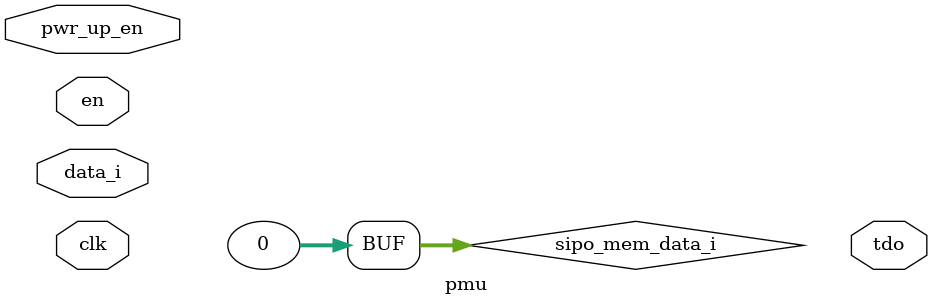
<source format=v>


`include "../rtl/modules_pmu/address_generator/rtl/address_generator.v"
`include "../../cryptography/aes/aes_128.v" 
`include "../rtl/modules_pmu/bootloader/rtl/bootloader.v"
`include "../rtl/modules_pmu/key_storage/rtl/key_storage.v"
`include "../rtl/modules_pmu/piso/rtl/piso.v"
`include "../rtl/modules_pmu/sipo/rtl/sipo.v"
`include "../../fpga_cores/scan_chain/rtl/scan_chain.v"
`include "../../nv_memory/rtl/nv_memory.v"


//parameter        pc_sc = 4'b0000;
//parameter       pc_mem = 4'b0001;
//parameter       mem_sc = 4'b0010;
//parameter       pc_key = 4'b0011;

module pmu#(
    parameter integer HEADER_WIDTH    = 32,
    parameter integer AES_DATA_WIDTH  = 128,
    parameter integer AES_LATENCY     = 10,
    parameter integer MEM_DATA_WIDTH  = 32,
    parameter integer MEM_ADDR_WIDTH  = 8,
    parameter integer MEM_START_ADDR  = 1,
    parameter integer SIPO_MEM_COUNT  = AES_DATA_WIDTH/MEM_DATA_WIDTH
)(
    input  clk,
    input  data_i,
    input  en,
    input  pwr_up_en,
    output tdo
);

parameter         zero = 3'b000;
parameter          one = 3'b001;
parameter          two = 3'b010;
parameter        three = 3'b011;
parameter         four = 3'b100;
parameter         five = 3'b101;
parameter          six = 3'b110;
parameter        seven = 3'b111; 

parameter        pc_sc = 4'b0000;
parameter       pc_mem = 4'b0001;
parameter       mem_sc = 4'b0010;
parameter       pc_key = 4'b0011;


    // Encoding and FSM registers
    reg  [2  :0]                           state = 0;
    reg  [2  :0]                      next_state = 0;
    reg  [31 :0]                         counter = 0;
    reg  [3  :0]                sipo_instruction = 0;
    reg  [HEADER_WIDTH-1:0]               header = 0;
    
    // Key Storage
    reg                                key_write = 0;
    wire [127:0]                          key_data_o;
    
    // SIPO
    reg                              sipo_data_i = 0;
    reg                                sipo_send = 0;
    reg                                  sipo_en = 0;
    reg  [31 :0]                 sipo_mem_data_i = 0;
    wire [127:0]                          sipo_key_o;
    wire [127:0]                          sipo_aes_o;
    wire [31 :0]                          sipo_mem_o;

    
    // AES
    wire [127:0]                          aes_data_o;
    
    // PISO
    reg                                  piso_en = 0;
    reg                                piso_load = 0;
    wire                                 piso_data_o; 

    // Scan Chin
    reg                                    sc_en = 0;

    //NVM
    reg  [7  :0]                     mem_address = 0;
    reg                              mem_w       = 0;
    wire [MEM_ADDR_WIDTH-1:0]             mem_addr_i;
    wire [MEM_DATA_WIDTH-1:0]             mem_data_i;
    wire [MEM_DATA_WIDTH-1:0]             mem_data_o;

    // bootloader
    reg                        bootloader_rw     = 0;
    reg                        bootloader_clr    = 0;
    reg  [31 :0]               bootloader_len_i  = 0;
    reg  [MEM_ADDR_WIDTH-1:0]  bootloader_addr_i = 0;
    wire [31 :0]                    bootloader_len_o;
    wire [MEM_ADDR_WIDTH-1:0]      bootloader_addr_o;

    //reg/wires specifically for mem to sc instruction
    reg  [31 :0]            aes_mem_data_counter = 0;
    reg  [7  :0]                       temp_addr = 0;
    
//import modules
    address_generator address_generator(
    .data_i             ({sipo_mem_o, mem_address}),
    .addr_o             (mem_addr_i),
    .data_o             (mem_data_i)
    );

    inv_aes_128 AES(
    .clk                (    clk),
    .clr                (       ),
    .dat_in          (sipo_aes_o),
    .dat_out         (aes_data_o),
    .inv_key         (key_data_o)
    );

    key_storage key_storage(
    .key_write            (key_write),
    .key_data_in         (sipo_key_o),
    .key_data_out        (key_data_o)
    );
    
    piso piso(
    .clk                 (    clk),
    .rst                 (       ),
    .load              (piso_load),
    .en                  (piso_en),
    .data_i           (aes_data_o),
    .data_o          (piso_data_o)
     );

    sipo sipo(
    .clk                (    clk),
    .rst                (       ),
    .en                 (sipo_en),
    .send             (sipo_send),
    .instruction (sipo_instruction),
    .data_i         (sipo_data_i),
    .mem_data_i      (mem_data_o),
    .aes_data_o      (sipo_aes_o),
    .key_data_o      (sipo_key_o),
    .mem_data_o      (sipo_mem_o)
     );

     bootloader bootloader(
    .clk                (    clk),
    .addr_i             (bootloader_addr_i),
    .len_i              (bootloader_len_i),
    .rw                 (bootloader_rw),
    .clr                (bootloader_clr),
    .addr_o             (bootloader_addr_o),
    .len_o              (bootloader_len_o)
     );
     
    nv_memory nv_memory(
    .clk                (clk    ), 
    .mem_w              (mem_w  ),
    .mem_addr_in        (mem_addr_i),
    .mem_data_in        (mem_data_i),
    .mem_data_out       (mem_data_o)
    );
     

    scan_chain scan_chain(
    .clk                (    clk),
    .en                   (sc_en),
    .clear              (       ),
    .data_i         (piso_data_o)
    //.data_o             (       ) // if JTAG
    );
    
    
always @(posedge clk)
begin 
    state = next_state;
    counter = counter + 1;
end

always @(state or en or counter or pwr_up_en)
begin
    //Power-Up Condition
    if(pwr_up_en)
        begin
        counter    =              0;
        temp_addr  = MEM_START_ADDR;
        next_state =           four;
        end

    case(state)
    zero : //Idle
            begin
                sipo_data_i          =    0;
                key_write            =    0;
                piso_load            =    0;
                piso_en              =    0;
                sipo_send            =    0;
                sipo_en              =    0;
                mem_w                =    0;
                if(en == 1'b1)
                    begin
                        sipo_send            =    0;
                        counter              =    0;
                        next_state           =  one;
                    end
            end
    one  : // read header
            begin
                sipo_send            =    0;
                if(counter < HEADER_WIDTH+1)
                    begin 
                        header = {data_i, header[HEADER_WIDTH-1:1]};
                    end
                if(counter == HEADER_WIDTH+1)
                    begin
                        header = {data_i, header[HEADER_WIDTH-1:1]};
                        counter = 0;
                        if(header[3:0] == 4'b1010)
                            begin 
                                next_state <= two;
                            end
                        else if(header[3:0] == 4'b0001)
                            begin 
                                bootloader_clr = 1'b1;
                                next_state = three; 
                            end
                        else if(header[3:0] == 4'b0010)
                            begin 
                                next_state = five;
                            end
                    end
            end
    two  :
            begin
                sipo_en          =    1'b1;
                piso_load        =    1'b0;
                sipo_send        =    1'b0;
                sipo_instruction = 4'b0000;
                if(counter < header[31:4])
                    begin
                        sipo_data_i <= data_i;
                        sipo_send   <=   1'b0;
                        piso_load   <=   1'b0;
                    end
                if(counter%AES_DATA_WIDTH == 0 & counter != 0 & counter != (header[31:4] + AES_DATA_WIDTH))
                    begin
                        sipo_data_i <= data_i;
                        sipo_send    =   1'b1;
                        piso_load   <=   1'b0;
                    end
                if(counter == AES_DATA_WIDTH)
                    begin
                        sipo_data_i <= data_i;
                        sipo_send   <=   1'b1;
                     end
                //if(counter == 139)
                if(counter%AES_DATA_WIDTH == AES_LATENCY + 1 & counter != AES_LATENCY + 1 & counter != header[31:4]+ AES_LATENCY + AES_DATA_WIDTH)
                    begin
                        sipo_data_i <= data_i;
                        piso_load  <=   1'b1;
                        piso_en    <=   1'b1;
                        sc_en      <=   1'b1;
                    end
                if(counter == header[31:4] + AES_LATENCY + AES_DATA_WIDTH)
                    begin
                        sc_en      =   1'b0;
                        next_state =   zero;
                    end
            end
                
    three: // PC to MEM 
            begin
                sipo_en          =    1'b1;                
                sipo_send        =    1'b0;
                mem_w            =    1'b0;
                sipo_instruction = 4'b0001;
                bootloader_clr   =    1'b0;

                // initilize the bootloader and starting mem for programming
                if(counter == 1)
                    begin
                        bootloader_rw      =              1'b1;
                        bootloader_len_i   =      header[31:4];
                        bootloader_addr_i  =    MEM_START_ADDR;
                        mem_address        =    MEM_START_ADDR;
                    end
                if(counter == 2)
                    begin
                        bootloader_rw    = 1'b0;
                    end
                if(counter < header[31:4])
                    begin
                        sipo_data_i     <= data_i;
                    end
                if(counter%MEM_DATA_WIDTH == 0 & counter != 0)
                    begin 
                        //mem_address = mem_address + 1;
                        sipo_data_i <= data_i;
                        sipo_send    =   1'b1;
                    end
                if(counter%MEM_DATA_WIDTH == 1 & counter != 1)
                    begin
                        mem_w       =            1'b1;
                        if(counter > 33)
                            mem_address = mem_address + 1;
                    end                 
                if(counter == header[31:4])
                    begin
                        sipo_send   = 1'b1;
                    end
                if(counter == header[31:4]+1)
                    begin
                        mem_w      <= 1'b1;
                        next_state <= zero;
                    end
            end
    four: // MEM to SC
            begin
                sipo_en    = 1'b1;
                piso_load  = 1'b0;
                sipo_send  = 1'b0;
                sipo_instruction = 4'b0010;
                if(aes_mem_data_counter < bootloader_len_o)
                begin
                    if(counter == SIPO_MEM_COUNT)
                        begin
                            sc_en = 1'b0;
                            mem_address <= MEM_START_ADDR;
                            sipo_send = 1'b1;
                        end
                    if(counter == SIPO_MEM_COUNT+AES_LATENCY)
                        begin
                            if(aes_mem_data_counter == 0)
                                begin 
                                    piso_en = 1'b1;
                                end
                            sc_en = 1'b1;
                            piso_load = 1'b1;
                            mem_address = mem_address + 1;
                        end
                    if(counter == SIPO_MEM_COUNT+AES_LATENCY+AES_DATA_WIDTH)
                        begin
                            sc_en = 1'b0;
                            aes_mem_data_counter = aes_mem_data_counter + 1;
                            counter = 0;
                    
                        end
                end
                if(aes_mem_data_counter == bootloader_len_o)
                    begin
                        piso_en = 1'b0;
                        sc_en   = 1'b0;
                        aes_mem_data_counter = 0;
                        next_state = zero;
                    end
            end
    five: // Load a Key
            begin
                sipo_en          =    1'b1;
                sipo_instruction = 4'b0011;
                if(counter < header[31:4])
                    begin
                        sipo_data_i <= data_i;
                    end
                if(counter == 128 + 1)
                    begin
                        sipo_data_i <= data_i;
                        sipo_send    =   1'b1;
                     end
                if(counter == 128 + 2)
                    begin
                        key_write    =   1'b1;
                        sipo_send    =   1'b0;
                        next_state   =   zero;
                    end
            end

    endcase
end    
endmodule

</source>
